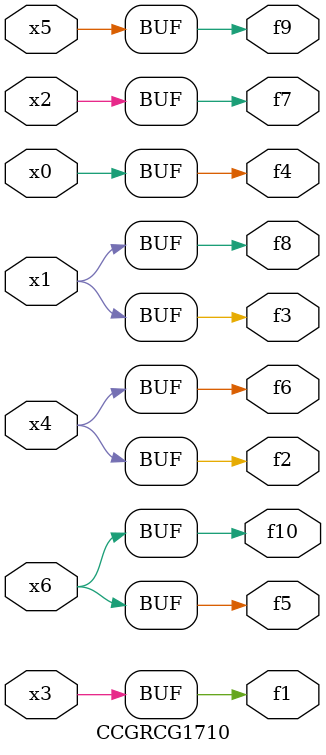
<source format=v>
module CCGRCG1710(
	input x0, x1, x2, x3, x4, x5, x6,
	output f1, f2, f3, f4, f5, f6, f7, f8, f9, f10
);
	assign f1 = x3;
	assign f2 = x4;
	assign f3 = x1;
	assign f4 = x0;
	assign f5 = x6;
	assign f6 = x4;
	assign f7 = x2;
	assign f8 = x1;
	assign f9 = x5;
	assign f10 = x6;
endmodule

</source>
